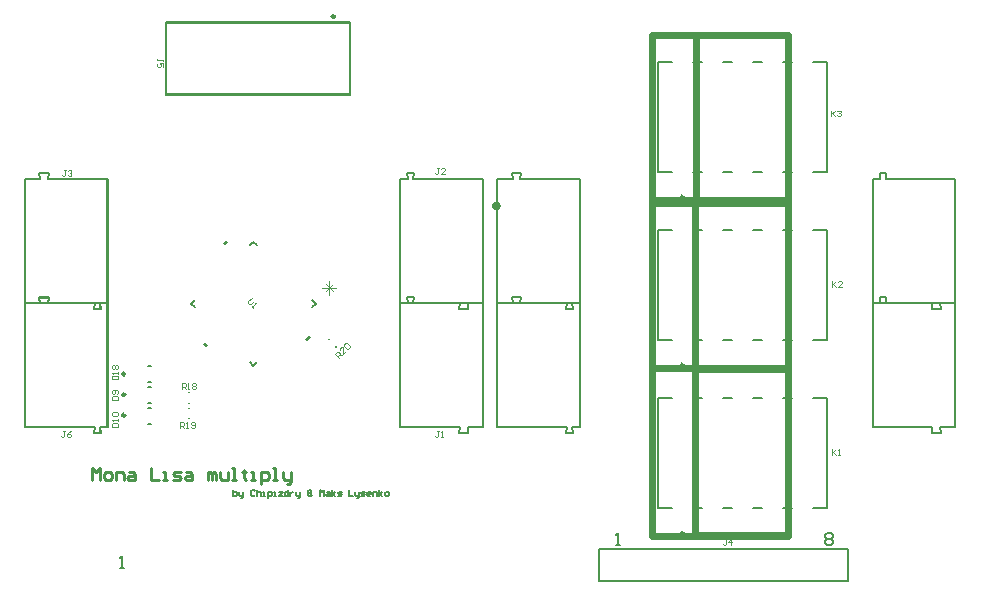
<source format=gbr>
%TF.GenerationSoftware,Altium Limited,Altium Designer,21.6.4 (81)*%
G04 Layer_Color=65535*
%FSLAX43Y43*%
%MOMM*%
%TF.SameCoordinates,EF7AACBD-433E-4B6D-8733-A8E214C0EB56*%
%TF.FilePolarity,Positive*%
%TF.FileFunction,Legend,Top*%
%TF.Part,Single*%
G01*
G75*
%TA.AperFunction,NonConductor*%
%ADD57C,0.250*%
%ADD58C,0.100*%
%ADD59C,0.152*%
%ADD60C,0.200*%
%ADD75C,0.762*%
%TA.AperFunction,SMDPad,CuDef*%
%ADD76C,0.100*%
%ADD77C,0.006*%
%TA.AperFunction,NonConductor*%
%ADD78C,0.600*%
%ADD79C,0.150*%
%ADD80C,0.076*%
G36*
X27772Y28195D02*
X27592Y28015D01*
X27323Y28285D01*
X27502Y28464D01*
X27772Y28195D01*
D02*
G37*
G36*
X35989Y28760D02*
X36259Y29030D01*
X36438Y28850D01*
X36169Y28581D01*
X35989Y28760D01*
D02*
G37*
G36*
X29199Y36682D02*
X29469Y36951D01*
X29289Y37131D01*
X29020Y36862D01*
X29199Y36682D01*
D02*
G37*
D57*
X20733Y24028D02*
G03*
X20733Y24028I-125J0D01*
G01*
Y22275D02*
G03*
X20733Y22275I-125J0D01*
G01*
X68024Y26510D02*
G03*
X68024Y26510I-125J0D01*
G01*
Y40734D02*
G03*
X68024Y40734I-125J0D01*
G01*
X20733Y25781D02*
G03*
X20733Y25781I-125J0D01*
G01*
X38479Y56022D02*
G03*
X38479Y56022I-125J0D01*
G01*
X68024Y12270D02*
G03*
X68024Y12270I-125J0D01*
G01*
X17928Y16814D02*
Y17813D01*
X18262Y17480D01*
X18595Y17813D01*
Y16814D01*
X19095D02*
X19428D01*
X19595Y16980D01*
Y17314D01*
X19428Y17480D01*
X19095D01*
X18928Y17314D01*
Y16980D01*
X19095Y16814D01*
X19928D02*
Y17480D01*
X20428D01*
X20594Y17314D01*
Y16814D01*
X21094Y17480D02*
X21427D01*
X21594Y17314D01*
Y16814D01*
X21094D01*
X20927Y16980D01*
X21094Y17147D01*
X21594D01*
X22927Y17813D02*
Y16814D01*
X23593D01*
X23926D02*
X24260D01*
X24093D01*
Y17480D01*
X23926D01*
X24760Y16814D02*
X25259D01*
X25426Y16980D01*
X25259Y17147D01*
X24926D01*
X24760Y17314D01*
X24926Y17480D01*
X25426D01*
X25926D02*
X26259D01*
X26426Y17314D01*
Y16814D01*
X25926D01*
X25759Y16980D01*
X25926Y17147D01*
X26426D01*
X27759Y16814D02*
Y17480D01*
X27925D01*
X28092Y17314D01*
Y16814D01*
Y17314D01*
X28258Y17480D01*
X28425Y17314D01*
Y16814D01*
X28758Y17480D02*
Y16980D01*
X28925Y16814D01*
X29425D01*
Y17480D01*
X29758Y16814D02*
X30091D01*
X29925D01*
Y17813D01*
X29758D01*
X30758Y17647D02*
Y17480D01*
X30591D01*
X30924D01*
X30758D01*
Y16980D01*
X30924Y16814D01*
X31424D02*
X31757D01*
X31591D01*
Y17480D01*
X31424D01*
X32257Y16481D02*
Y17480D01*
X32757D01*
X32924Y17314D01*
Y16980D01*
X32757Y16814D01*
X32257D01*
X33257D02*
X33590D01*
X33423D01*
Y17813D01*
X33257D01*
X34090Y17480D02*
Y16980D01*
X34256Y16814D01*
X34756D01*
Y16647D01*
X34590Y16481D01*
X34423D01*
X34756Y16814D02*
Y17480D01*
D58*
X80533Y48078D02*
Y47578D01*
Y47745D01*
X80867Y48078D01*
X80617Y47828D01*
X80867Y47578D01*
X81033Y47995D02*
X81116Y48078D01*
X81283D01*
X81366Y47995D01*
Y47912D01*
X81283Y47828D01*
X81200D01*
X81283D01*
X81366Y47745D01*
Y47662D01*
X81283Y47578D01*
X81116D01*
X81033Y47662D01*
X80584Y33676D02*
Y33176D01*
Y33343D01*
X80917Y33676D01*
X80667Y33426D01*
X80917Y33176D01*
X81417D02*
X81084D01*
X81417Y33510D01*
Y33593D01*
X81334Y33676D01*
X81167D01*
X81084Y33593D01*
X15639Y20976D02*
X15473D01*
X15556D01*
Y20560D01*
X15473Y20476D01*
X15389D01*
X15306Y20560D01*
X16139Y20976D02*
X15973Y20893D01*
X15806Y20726D01*
Y20560D01*
X15889Y20476D01*
X16056D01*
X16139Y20560D01*
Y20643D01*
X16056Y20726D01*
X15806D01*
X15690Y43074D02*
X15523D01*
X15607D01*
Y42658D01*
X15523Y42574D01*
X15440D01*
X15357Y42658D01*
X15857Y42991D02*
X15940Y43074D01*
X16107D01*
X16190Y42991D01*
Y42908D01*
X16107Y42824D01*
X16023D01*
X16107D01*
X16190Y42741D01*
Y42658D01*
X16107Y42574D01*
X15940D01*
X15857Y42658D01*
X47339Y43176D02*
X47172D01*
X47255D01*
Y42759D01*
X47172Y42676D01*
X47089D01*
X47005Y42759D01*
X47838Y42676D02*
X47505D01*
X47838Y43009D01*
Y43093D01*
X47755Y43176D01*
X47588D01*
X47505Y43093D01*
X47295Y20951D02*
X47128D01*
X47211D01*
Y20534D01*
X47128Y20451D01*
X47045D01*
X46962Y20534D01*
X47461Y20451D02*
X47628D01*
X47545D01*
Y20951D01*
X47461Y20868D01*
X31437Y32213D02*
X31143Y31919D01*
Y31801D01*
X31260Y31683D01*
X31378D01*
X31673Y31978D01*
X31437Y31506D02*
X31555Y31388D01*
X31496Y31447D01*
X31849Y31801D01*
X31732Y31801D01*
X38847Y27140D02*
X38493Y27493D01*
X38670Y27670D01*
X38788Y27670D01*
X38906Y27552D01*
Y27434D01*
X38729Y27257D01*
X38847Y27375D02*
X39082Y27375D01*
X39436Y27729D02*
X39200Y27493D01*
Y27964D01*
X39141Y28023D01*
X39024D01*
X38906Y27905D01*
X38906Y27788D01*
X39259Y28141D02*
Y28259D01*
X39377Y28377D01*
X39495D01*
X39730Y28141D01*
Y28023D01*
X39613Y27905D01*
X39495D01*
X39259Y28141D01*
X25385Y21188D02*
Y21688D01*
X25635D01*
X25718Y21604D01*
Y21438D01*
X25635Y21354D01*
X25385D01*
X25551D02*
X25718Y21188D01*
X25885D02*
X26051D01*
X25968D01*
Y21688D01*
X25885Y21604D01*
X26301Y21271D02*
X26384Y21188D01*
X26551D01*
X26634Y21271D01*
Y21604D01*
X26551Y21688D01*
X26384D01*
X26301Y21604D01*
Y21521D01*
X26384Y21438D01*
X26634D01*
X25512Y24515D02*
Y25015D01*
X25762D01*
X25845Y24932D01*
Y24765D01*
X25762Y24682D01*
X25512D01*
X25678D02*
X25845Y24515D01*
X26012D02*
X26178D01*
X26095D01*
Y25015D01*
X26012Y24932D01*
X26428D02*
X26511Y25015D01*
X26678D01*
X26761Y24932D01*
Y24848D01*
X26678Y24765D01*
X26761Y24682D01*
Y24598D01*
X26678Y24515D01*
X26511D01*
X26428Y24598D01*
Y24682D01*
X26511Y24765D01*
X26428Y24848D01*
Y24932D01*
X26511Y24765D02*
X26678D01*
X80617Y19452D02*
Y18952D01*
Y19119D01*
X80950Y19452D01*
X80700Y19202D01*
X80950Y18952D01*
X81116D02*
X81283D01*
X81200D01*
Y19452D01*
X81116Y19369D01*
X23923Y52229D02*
Y52396D01*
Y52313D01*
X23506D01*
X23423Y52396D01*
Y52479D01*
X23506Y52563D01*
X23923Y51730D02*
Y52063D01*
X23673D01*
X23756Y51896D01*
Y51813D01*
X23673Y51730D01*
X23506D01*
X23423Y51813D01*
Y51980D01*
X23506Y52063D01*
X71646Y11807D02*
X71480D01*
X71563D01*
Y11390D01*
X71480Y11307D01*
X71396D01*
X71313Y11390D01*
X72063Y11307D02*
Y11807D01*
X71813Y11557D01*
X72146D01*
X19587Y25309D02*
X20087D01*
Y25559D01*
X20004Y25642D01*
X19671D01*
X19587Y25559D01*
Y25309D01*
X20087Y25808D02*
Y25975D01*
Y25892D01*
X19587D01*
X19671Y25808D01*
Y26225D02*
X19587Y26308D01*
Y26475D01*
X19671Y26558D01*
X19754D01*
X19837Y26475D01*
X19921Y26558D01*
X20004D01*
X20087Y26475D01*
Y26308D01*
X20004Y26225D01*
X19921D01*
X19837Y26308D01*
X19754Y26225D01*
X19671D01*
X19837Y26308D02*
Y26475D01*
X19587Y21270D02*
X20087D01*
Y21520D01*
X20004Y21603D01*
X19671D01*
X19587Y21520D01*
Y21270D01*
X20087Y21770D02*
Y21936D01*
Y21853D01*
X19587D01*
X19671Y21770D01*
Y22186D02*
X19587Y22270D01*
Y22436D01*
X19671Y22520D01*
X20004D01*
X20087Y22436D01*
Y22270D01*
X20004Y22186D01*
X19671D01*
X19613Y23586D02*
X20113D01*
Y23836D01*
X20029Y23920D01*
X19696D01*
X19613Y23836D01*
Y23586D01*
X20029Y24086D02*
X20113Y24170D01*
Y24336D01*
X20029Y24420D01*
X19696D01*
X19613Y24336D01*
Y24170D01*
X19696Y24086D01*
X19779D01*
X19863Y24170D01*
Y24420D01*
D59*
X31289Y26771D02*
X31598Y26462D01*
X26335Y31725D02*
X26644Y32033D01*
X31598Y36987D02*
X31906Y36678D01*
X31598Y26462D02*
X31906Y26771D01*
X26335Y31725D02*
X26644Y31416D01*
X31289Y36678D02*
X31598Y36987D01*
X36551Y32033D02*
X36860Y31725D01*
X36551Y31416D02*
X36860Y31725D01*
X20295Y9347D02*
X20633D01*
X20464D01*
Y10363D01*
X20295Y10194D01*
X79979Y12173D02*
X80149Y12342D01*
X80487D01*
X80657Y12173D01*
Y12004D01*
X80487Y11834D01*
X80657Y11665D01*
Y11496D01*
X80487Y11327D01*
X80149D01*
X79979Y11496D01*
Y11665D01*
X80149Y11834D01*
X79979Y12004D01*
Y12173D01*
X80149Y11834D02*
X80487D01*
X62319Y11327D02*
X62658D01*
X62489D01*
Y12342D01*
X62319Y12173D01*
D60*
X26098Y24224D02*
X26148D01*
X26098Y23324D02*
X26148D01*
X22633Y24678D02*
X22883D01*
X22633Y23328D02*
X22883D01*
X22633Y22925D02*
X22883D01*
X22633Y21575D02*
X22883D01*
X37967Y28723D02*
X38003Y28758D01*
X38604Y28087D02*
X38639Y28122D01*
X19250Y21242D02*
Y31742D01*
X12250D02*
X13550D01*
X12250Y21242D02*
Y31742D01*
X13471Y32242D02*
X14270D01*
X13471D02*
X13550Y31742D01*
X14200D02*
X19250D01*
X14200Y31741D02*
X14270Y32242D01*
X12250Y21242D02*
X18150D01*
X18600D02*
X19250D01*
X18100Y20742D02*
X18650D01*
X18600Y21242D02*
X18649Y20742D01*
X18101D02*
X18150Y21242D01*
X65824Y37970D02*
X67019D01*
X68769D02*
X69559D01*
X71309D02*
X72099D01*
X73849D02*
X74639D01*
X76389D02*
X77179D01*
X78929D02*
X80124D01*
Y28670D02*
Y37970D01*
X65824Y28670D02*
X67019D01*
X68769D02*
X69559D01*
X71309D02*
X72099D01*
X73849D02*
X74639D01*
X76389D02*
X77179D01*
X78929D02*
X80124D01*
X65824D02*
Y37970D01*
X60864Y8277D02*
Y10977D01*
Y8277D02*
X81934D01*
Y10977D01*
X60864D02*
X81934D01*
X65824Y42894D02*
Y52194D01*
X78929Y42894D02*
X80124D01*
X76389D02*
X77179D01*
X73849D02*
X74639D01*
X71309D02*
X72099D01*
X68769D02*
X69559D01*
X65824D02*
X67019D01*
X80124D02*
Y52194D01*
X78929D02*
X80124D01*
X76389D02*
X77179D01*
X73849D02*
X74639D01*
X71309D02*
X72099D01*
X68769D02*
X69559D01*
X65824D02*
X67019D01*
X19250Y31758D02*
Y42258D01*
X12250D02*
X13550D01*
X12250Y31758D02*
Y42258D01*
X13471Y42758D02*
X14270D01*
X13471D02*
X13550Y42258D01*
X14200D02*
X19250D01*
X14200Y42257D02*
X14270Y42758D01*
X12250Y31758D02*
X18150D01*
X18600D02*
X19250D01*
X18100Y31258D02*
X18650D01*
X18600Y31758D02*
X18649Y31258D01*
X18101D02*
X18150Y31758D01*
X44022Y31809D02*
Y42309D01*
X49722Y31809D02*
X51022D01*
Y42309D01*
X49002Y31309D02*
X49800D01*
X49722Y31809D02*
X49800Y31309D01*
X44022Y31809D02*
X49072D01*
X49002Y31309D02*
X49071Y31810D01*
X45122Y42309D02*
X51022D01*
X44022D02*
X44672D01*
X44622Y42809D02*
X45172D01*
X44623Y42809D02*
X44672Y42309D01*
X45122D02*
X45171Y42809D01*
X44023Y21293D02*
Y31793D01*
X49723Y21293D02*
X51023D01*
Y31793D01*
X49003Y20793D02*
X49802D01*
X49723Y21293D02*
X49802Y20793D01*
X44023Y21293D02*
X49073D01*
X49003Y20793D02*
X49073Y21294D01*
X45123Y31793D02*
X51023D01*
X44023D02*
X44673D01*
X44623Y32293D02*
X45173D01*
X44624Y32293D02*
X44673Y31793D01*
X45123D02*
X45172Y32293D01*
X22633Y25081D02*
X22883D01*
X22633Y26431D02*
X22883D01*
X39804Y49422D02*
Y55522D01*
X24204D02*
X39804D01*
X24204Y49422D02*
Y55522D01*
Y49422D02*
X39804D01*
X26098Y22029D02*
X26148D01*
X26098Y22929D02*
X26148D01*
X65824Y14430D02*
Y23730D01*
X78929Y14430D02*
X80124D01*
X76389D02*
X77179D01*
X73849D02*
X74639D01*
X71309D02*
X72099D01*
X68769D02*
X69559D01*
X65824D02*
X67019D01*
X80124D02*
Y23730D01*
X78929D02*
X80124D01*
X76389D02*
X77179D01*
X73849D02*
X74639D01*
X71309D02*
X72099D01*
X68769D02*
X69559D01*
X65824D02*
X67019D01*
X85125Y31775D02*
X85174Y32275D01*
X84626D02*
X84675Y31775D01*
X84625Y32275D02*
X85175D01*
X84025Y31775D02*
X84675D01*
X85125D02*
X91025D01*
X89005Y20775D02*
X89074Y21276D01*
X84025Y21275D02*
X89075D01*
X89725D02*
X89803Y20775D01*
X89005D02*
X89803D01*
X91025Y21275D02*
Y31775D01*
X89725Y21275D02*
X91025D01*
X84025D02*
Y31775D01*
Y42275D01*
X89725Y31775D02*
X91025D01*
Y42275D01*
X89005Y31275D02*
X89803D01*
X89725Y31775D02*
X89803Y31275D01*
X84025Y31775D02*
X89075D01*
X89005Y31275D02*
X89074Y31776D01*
X85125Y42275D02*
X91025D01*
X84025D02*
X84675D01*
X84625Y42775D02*
X85175D01*
X84626Y42775D02*
X84675Y42275D01*
X85125D02*
X85174Y42775D01*
X58091Y20783D02*
X58140Y21284D01*
X58590D02*
X58639Y20783D01*
X58090Y20784D02*
X58640D01*
X58590Y21284D02*
X59240D01*
X52240D02*
X58140D01*
X54191Y31782D02*
X54260Y32284D01*
X54190Y31784D02*
X59240D01*
X53462Y32284D02*
X53540Y31784D01*
X53462Y32284D02*
X54260D01*
X52240Y21284D02*
Y31784D01*
X53540D01*
X59240Y21284D02*
Y31784D01*
Y42284D01*
X52240D02*
X53540D01*
X52240Y31784D02*
Y42284D01*
X53462Y42784D02*
X54260D01*
X53462D02*
X53540Y42284D01*
X54190D02*
X59240D01*
X54191Y42282D02*
X54260Y42784D01*
X52240Y31784D02*
X58140D01*
X58590D02*
X59240D01*
X58090Y31284D02*
X58640D01*
X58590Y31784D02*
X58639Y31283D01*
X58091D02*
X58140Y31784D01*
X24188Y49437D02*
X39788D01*
X24188D02*
Y55537D01*
X39788D01*
Y49437D02*
Y55537D01*
X45125Y31775D02*
X45174Y32275D01*
X44625D02*
X44675Y31775D01*
X44625Y32275D02*
X45175D01*
X44025Y31775D02*
X44675D01*
X45125D02*
X51025D01*
X49005Y20775D02*
X49074Y21276D01*
X44025Y21275D02*
X49075D01*
X49725D02*
X49803Y20775D01*
X49005D02*
X49803D01*
X51025Y21275D02*
Y31775D01*
X49725Y21275D02*
X51025D01*
X44025D02*
Y31775D01*
X18089Y20788D02*
X18138Y21288D01*
X18588D02*
X18637Y20788D01*
X18088Y20788D02*
X18638D01*
X18588Y21288D02*
X19238D01*
X12238D02*
X18138D01*
X14189Y31786D02*
X14258Y32288D01*
X14188Y31788D02*
X19238D01*
X13460Y32288D02*
X13538Y31788D01*
X13460Y32288D02*
X14258D01*
X12238Y21288D02*
Y31788D01*
X13538D01*
X19238Y21288D02*
Y31788D01*
X44025Y31775D02*
Y42275D01*
X49725Y31775D02*
X51025D01*
Y42275D01*
X49005Y31275D02*
X49803D01*
X49725Y31775D02*
X49803Y31275D01*
X44025Y31775D02*
X49075D01*
X49005Y31275D02*
X49074Y31776D01*
X45125Y42275D02*
X51025D01*
X44025D02*
X44675D01*
X44625Y42775D02*
X45175D01*
X44625Y42775D02*
X44675Y42275D01*
X45125D02*
X45174Y42775D01*
X19238Y31788D02*
Y42288D01*
X12238D02*
X13538D01*
X12238Y31788D02*
Y42288D01*
X13460Y42788D02*
X14258D01*
X13460D02*
X13538Y42288D01*
X14188D02*
X19238D01*
X14189Y42286D02*
X14258Y42788D01*
X12238Y31788D02*
X18138D01*
X18588D02*
X19238D01*
X18088Y31288D02*
X18638D01*
X18588Y31788D02*
X18637Y31288D01*
X18089D02*
X18138Y31788D01*
D75*
X52159Y39987D02*
G03*
X52158Y39989I-7J0D01*
G01*
X52159Y39987D02*
G03*
X52158Y39989I-7J0D01*
G01*
D76*
X85174Y32275D02*
D03*
X85125Y31775D02*
D03*
X84626Y32275D02*
D03*
X84675Y31775D02*
D03*
X84625Y32275D02*
D03*
X85175D02*
D03*
X84025Y31775D02*
D03*
X84675D02*
D03*
X85125D02*
D03*
X91025D02*
D03*
X89074Y21276D02*
D03*
X89005Y20775D02*
D03*
X84025Y21275D02*
D03*
X89075D02*
D03*
X89725D02*
D03*
X89803Y20775D02*
D03*
X89005D02*
D03*
X89803D02*
D03*
X91025Y31775D02*
D03*
Y21275D02*
D03*
X89725D02*
D03*
X91025D02*
D03*
X84025Y31775D02*
D03*
Y21275D02*
D03*
Y42275D02*
D03*
Y31775D02*
D03*
X89725D02*
D03*
X91025D02*
D03*
Y42275D02*
D03*
Y31775D02*
D03*
X89005Y31275D02*
D03*
X89803D02*
D03*
X89725Y31775D02*
D03*
X89803Y31275D02*
D03*
X84025Y31775D02*
D03*
X89075D02*
D03*
X89074Y31776D02*
D03*
X89005Y31275D02*
D03*
X85125Y42275D02*
D03*
X91025D02*
D03*
X84025D02*
D03*
X84675D02*
D03*
X84625Y42775D02*
D03*
X85175D02*
D03*
X84626Y42775D02*
D03*
X84675Y42275D02*
D03*
X85174Y42775D02*
D03*
X85125Y42275D02*
D03*
X58140Y21284D02*
D03*
X58091Y20783D02*
D03*
X58590Y21284D02*
D03*
X58639Y20783D02*
D03*
X58090Y20784D02*
D03*
X58640D02*
D03*
X58590Y21284D02*
D03*
X59240D02*
D03*
X52240D02*
D03*
X58140D02*
D03*
X54260Y32284D02*
D03*
X54191Y31782D02*
D03*
X54190Y31784D02*
D03*
X59240D02*
D03*
X53462Y32284D02*
D03*
X53540Y31784D02*
D03*
X53462Y32284D02*
D03*
X54260D02*
D03*
X52240Y31784D02*
D03*
Y21284D02*
D03*
Y31784D02*
D03*
X53540D02*
D03*
X59240D02*
D03*
Y21284D02*
D03*
Y42284D02*
D03*
Y31784D02*
D03*
X52240Y42284D02*
D03*
X53540D02*
D03*
X52240D02*
D03*
Y31784D02*
D03*
X53462Y42784D02*
D03*
X54260D02*
D03*
X53462D02*
D03*
X53540Y42284D02*
D03*
X54190D02*
D03*
X59240D02*
D03*
X54260Y42784D02*
D03*
X54191Y42282D02*
D03*
X52240Y31784D02*
D03*
X58140D02*
D03*
X58590D02*
D03*
X59240D02*
D03*
X58090Y31284D02*
D03*
X58640D02*
D03*
X58590Y31784D02*
D03*
X58639Y31283D02*
D03*
X58140Y31784D02*
D03*
X58091Y31283D02*
D03*
X24188Y49437D02*
D03*
X39788D02*
D03*
X24188D02*
D03*
X39788D02*
D03*
X45174Y32275D02*
D03*
X45125Y31775D02*
D03*
X44625Y32275D02*
D03*
X44675Y31775D02*
D03*
X44625Y32275D02*
D03*
X45175D02*
D03*
X44025Y31775D02*
D03*
X44675D02*
D03*
X45125D02*
D03*
X51025D02*
D03*
X49074Y21276D02*
D03*
X49005Y20775D02*
D03*
X44025Y21275D02*
D03*
X49075D02*
D03*
X49725D02*
D03*
X49803Y20775D02*
D03*
X49005D02*
D03*
X49803D02*
D03*
X51025Y31775D02*
D03*
Y21275D02*
D03*
X49725D02*
D03*
X51025D02*
D03*
X44025Y31775D02*
D03*
Y21275D02*
D03*
X18138Y21288D02*
D03*
X18089Y20788D02*
D03*
X18588Y21288D02*
D03*
X18637Y20788D02*
D03*
X18088Y20788D02*
D03*
X18638D02*
D03*
X18588Y21288D02*
D03*
X19238D02*
D03*
X12238D02*
D03*
X18138D02*
D03*
X14258Y32288D02*
D03*
X14189Y31786D02*
D03*
X14188Y31788D02*
D03*
X19238D02*
D03*
X13460Y32288D02*
D03*
X13538Y31788D02*
D03*
X13460Y32288D02*
D03*
X14258D02*
D03*
X12238Y31788D02*
D03*
Y21288D02*
D03*
Y31788D02*
D03*
X13538D02*
D03*
X19238D02*
D03*
Y21288D02*
D03*
X44025Y42275D02*
D03*
Y31775D02*
D03*
X49725D02*
D03*
X51025D02*
D03*
Y42275D02*
D03*
Y31775D02*
D03*
X49005Y31275D02*
D03*
X49803D02*
D03*
X49725Y31775D02*
D03*
X49803Y31275D02*
D03*
X44025Y31775D02*
D03*
X49005Y31275D02*
D03*
X45125Y42275D02*
D03*
X51025D02*
D03*
X44025D02*
D03*
X44675D02*
D03*
X44625Y42775D02*
D03*
X45175D02*
D03*
X44625Y42775D02*
D03*
X44675Y42275D02*
D03*
X45174Y42775D02*
D03*
X45125Y42275D02*
D03*
X19238Y42288D02*
D03*
Y31788D02*
D03*
X12238Y42288D02*
D03*
X13538D02*
D03*
X12238D02*
D03*
Y31788D02*
D03*
X13460Y42788D02*
D03*
X14258D02*
D03*
X13460D02*
D03*
X13538Y42288D02*
D03*
X14188D02*
D03*
X19238D02*
D03*
X14258Y42788D02*
D03*
X14189Y42286D02*
D03*
X12238Y31788D02*
D03*
X18138D02*
D03*
X18588D02*
D03*
X19238D02*
D03*
X18088Y31288D02*
D03*
X18638D02*
D03*
X18588Y31788D02*
D03*
X18637Y31288D02*
D03*
X18138Y31788D02*
D03*
X18089Y31288D02*
D03*
D77*
X92152Y31748D02*
D03*
X52152Y39987D02*
D03*
X52152Y39987D02*
D03*
Y31748D02*
D03*
D78*
X69012Y12141D02*
X76835D01*
X69012Y26162D02*
X76835D01*
Y12141D02*
Y26162D01*
X69012Y12141D02*
Y26162D01*
X69063Y40488D02*
X76886D01*
X69063Y54508D02*
X76886D01*
Y40488D02*
Y54508D01*
X69063Y40488D02*
Y54508D01*
X65303Y12014D02*
X76886D01*
X65303Y26238D02*
X76886D01*
Y12014D02*
Y26238D01*
X65303Y12014D02*
Y26238D01*
X76886D01*
X65303Y40462D02*
X76886D01*
Y26238D02*
Y40462D01*
X65303Y26238D02*
Y40462D01*
X69012Y26314D02*
X76835D01*
X69012Y40335D02*
X76835D01*
Y26314D02*
Y40335D01*
X69012Y26314D02*
Y40335D01*
X65303Y40284D02*
X76886D01*
X65303Y54508D02*
X76886D01*
Y40284D02*
Y54508D01*
X65303Y40284D02*
Y54508D01*
D79*
X29893Y15955D02*
Y15455D01*
X30143D01*
X30227Y15538D01*
Y15622D01*
Y15705D01*
X30143Y15788D01*
X29893D01*
X30393D02*
Y15538D01*
X30477Y15455D01*
X30726D01*
Y15372D01*
X30643Y15288D01*
X30560D01*
X30726Y15455D02*
Y15788D01*
X31726Y15872D02*
X31643Y15955D01*
X31476D01*
X31393Y15872D01*
Y15538D01*
X31476Y15455D01*
X31643D01*
X31726Y15538D01*
X31893Y15955D02*
Y15455D01*
Y15705D01*
X31976Y15788D01*
X32143D01*
X32226Y15705D01*
Y15455D01*
X32393D02*
X32559D01*
X32476D01*
Y15788D01*
X32393D01*
X32809Y15288D02*
Y15788D01*
X33059D01*
X33142Y15705D01*
Y15538D01*
X33059Y15455D01*
X32809D01*
X33309D02*
X33476D01*
X33392D01*
Y15788D01*
X33309D01*
X33725D02*
X34059D01*
X33725Y15455D01*
X34059D01*
X34559Y15955D02*
Y15455D01*
X34309D01*
X34225Y15538D01*
Y15705D01*
X34309Y15788D01*
X34559D01*
X34725D02*
Y15455D01*
Y15622D01*
X34808Y15705D01*
X34892Y15788D01*
X34975D01*
X35225D02*
Y15538D01*
X35308Y15455D01*
X35558D01*
Y15372D01*
X35475Y15288D01*
X35392D01*
X35558Y15455D02*
Y15788D01*
X36558Y15455D02*
X36475Y15538D01*
X36391Y15455D01*
X36308D01*
X36225Y15538D01*
Y15622D01*
X36308Y15705D01*
X36225Y15788D01*
Y15872D01*
X36308Y15955D01*
X36391D01*
X36475Y15872D01*
Y15788D01*
X36391Y15705D01*
X36475Y15622D01*
Y15538D01*
X36558Y15705D02*
X36475Y15622D01*
X36308Y15705D02*
X36391D01*
X37224Y15455D02*
Y15955D01*
X37391Y15788D01*
X37558Y15955D01*
Y15455D01*
X37807Y15788D02*
X37974D01*
X38057Y15705D01*
Y15455D01*
X37807D01*
X37724Y15538D01*
X37807Y15622D01*
X38057D01*
X38224Y15455D02*
Y15955D01*
Y15622D02*
X38474Y15788D01*
X38224Y15622D02*
X38474Y15455D01*
X38724D02*
X38974D01*
X39057Y15538D01*
X38974Y15622D01*
X38807D01*
X38724Y15705D01*
X38807Y15788D01*
X39057D01*
X39724Y15955D02*
Y15455D01*
X40057D01*
X40223Y15788D02*
Y15538D01*
X40307Y15455D01*
X40557D01*
Y15372D01*
X40473Y15288D01*
X40390D01*
X40557Y15455D02*
Y15788D01*
X40723Y15455D02*
X40973D01*
X41056Y15538D01*
X40973Y15622D01*
X40806D01*
X40723Y15705D01*
X40806Y15788D01*
X41056D01*
X41473Y15455D02*
X41306D01*
X41223Y15538D01*
Y15705D01*
X41306Y15788D01*
X41473D01*
X41556Y15705D01*
Y15622D01*
X41223D01*
X41723Y15455D02*
Y15788D01*
X41973D01*
X42056Y15705D01*
Y15455D01*
X42223D02*
Y15955D01*
Y15622D02*
X42473Y15788D01*
X42223Y15622D02*
X42473Y15455D01*
X42806D02*
X42972D01*
X43056Y15538D01*
Y15705D01*
X42972Y15788D01*
X42806D01*
X42723Y15705D01*
Y15538D01*
X42806Y15455D01*
D80*
X38601Y33065D02*
X37404D01*
X38002Y33664D02*
Y32467D01*
X38301Y33364D02*
X37703Y32766D01*
Y33364D02*
X38301Y32766D01*
%TF.MD5,924e02292c1a3eb3ceabf5adec0be791*%
M02*

</source>
